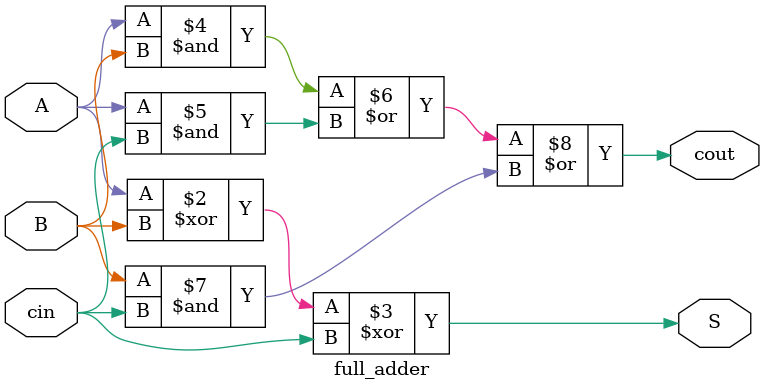
<source format=sv>
module full_adder (
	input	logic		   A, B,
	input	logic		   cin,
	output logic		S,
	output logic		cout
);
	
	always_comb
	begin

	S = A ^ B ^ cin; // Sum
	cout = (A & B) | (A & cin) | (B & cin); // Carry Out
	
	end
	
endmodule
</source>
